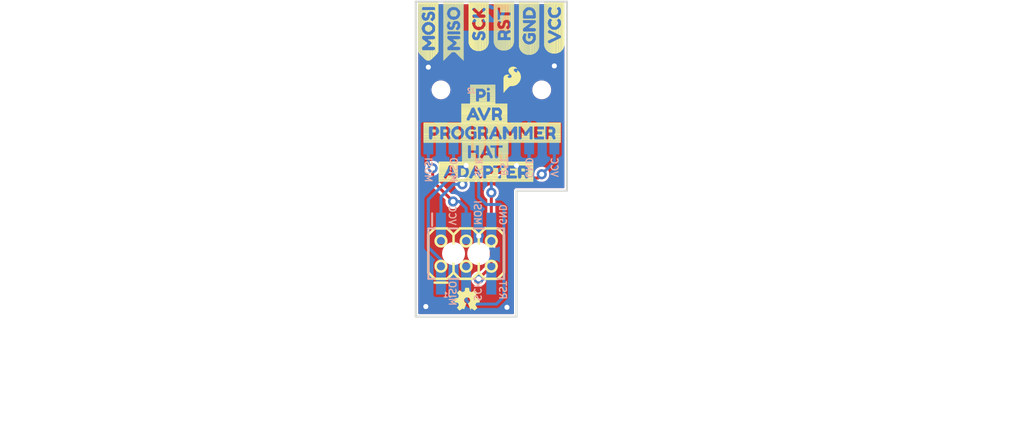
<source format=kicad_pcb>
(kicad_pcb (version 20211014) (generator pcbnew)
  (layers (0 "F.Cu" signal) (31 "B.Cu" signal) (34 "B.Paste" user) (35 "F.Paste" user) (36 "B.SilkS" user "B.Silkscreen") (37 "F.SilkS" user "F.Silkscreen") (38 "B.Mask" user) (39 "F.Mask" user) (44 "Edge.Cuts" user))
  (net 0 "")
  (net 1 "MOSI_C")
  (net 2 "MISO_C")
  (net 3 "SCK_C")
  (net 4 "RST_C")
  (net 5 "GND_C")
  (net 6 "VCC_C")
  (footprint "eagleBoard:ADAPTER4" (layer "F.Cu") (at 142.5321 106.2736)
    (fp_text reference "U$11" hide)
    (fp_text value "" hide)
  )
  (footprint "eagleBoard:GND1" (layer "F.Cu") (at 152.3111 94.5896 90)
    (fp_text reference "U$1" hide)
    (fp_text value "" hide)
  )
  (footprint "eagleBoard:RST2" (layer "F.Cu") (at 149.7711 94.2086 90)
    (fp_text reference "U$4" hide)
    (fp_text value "" hide)
  )
  (footprint "eagleBoard:PROGRAMMER2" (layer "F.Cu") (at 141.0081 102.3366)
    (fp_text reference "U$9" hide)
    (fp_text value "" hide)
  )
  (footprint "eagleBoard:VCC0" (layer "F.Cu") (at 154.8511 94.4626 90)
    (fp_text reference "U$6" hide)
    (fp_text value "" hide)
  )
  (footprint "eagleBoard:OSHW-LOGO-MINI" (layer "F.Cu") (at 146.0627 119.2276)
    (fp_text reference "LOGO2" hide)
    (fp_text value "OSHW-LOGOMINI" hide)
  )
  (footprint "eagleBoard:MISO5" (layer "F.Cu") (at 144.6911 95.2246 90)
    (fp_text reference "U$2" hide)
    (fp_text value "" hide)
  )
  (footprint "eagleBoard:HAT3" (layer "F.Cu") (at 144.9451 104.2416)
    (fp_text reference "U$10" hide)
    (fp_text value "" hide)
  )
  (footprint "eagleBoard:PI0" (layer "F.Cu") (at 145.7071 98.5266)
    (fp_text reference "U$7" hide)
    (fp_text value "" hide)
  )
  (footprint "eagleBoard:MOSI4" (layer "F.Cu") (at 142.1511 95.2246 90)
    (fp_text reference "U$3" hide)
    (fp_text value "" hide)
  )
  (footprint "eagleBoard:AVR1" (layer "F.Cu") (at 144.8181 100.4316)
    (fp_text reference "U$8" hide)
    (fp_text value "" hide)
  )
  (footprint "eagleBoard:SCK3" (layer "F.Cu") (at 147.2311 94.2086 90)
    (fp_text reference "U$5" hide)
    (fp_text value "" hide)
  )
  (footprint "eagleBoard:SFE_LOGO_FLAME_.1" (layer "F.Cu") (at 149.4409 98.6028)
    (fp_text reference "LOGO1" hide)
    (fp_text value "SFE_LOGO_FLAME.1_INCH" hide)
  )
  (footprint "eagleBoard:CREATIVE_COMMONS" (layer "F.Cu") (at 119.2911 133.5786)
    (fp_text reference "FRAME1" hide)
    (fp_text value "FRAME-LETTER" hide)
  )
  (footprint "eagleBoard:2X3_SMT_POSTS" (layer "B.Cu") (at 145.9611 114.5286)
    (fp_text reference "J1" (at -1.397 4.445 180) (layer "B.SilkS") (effects (font (size 0.48768 0.48768) (thickness 0.12192)) (justify left bottom mirror)))
    (fp_text value "AVR 3X2 TARGET")
    (pad "" np_thru_hole circle (at 1.27 0) (size 1.8 1.8) (drill 1.8) (layers *.Cu *.Mask))
    (pad "" np_thru_hole circle (at -1.27 0) (size 1.8 1.8) (drill 1.8) (layers *.Cu *.Mask))
    (pad "1" smd rect (at -2.54 -2.54 270) (size 3.17 1) (layers "B.Cu" "B.Paste" "B.Mask") (net 6 "VCC_C"))
    (pad "2" smd rect (at -2.54 2.54 270) (size 3.17 1) (layers "B.Cu" "B.Paste" "B.Mask") (net 2 "MISO_C"))
    (pad "3" smd rect (at 0 -2.54 270) (size 3.17 1) (layers "B.Cu" "B.Paste" "B.Mask") (net 1 "MOSI_C"))
    (pad "4" smd rect (at 0 2.54 270) (size 3.17 1) (layers "B.Cu" "B.Paste" "B.Mask") (net 3 "SCK_C"))
    (pad "5" smd rect (at 2.54 -2.54 270) (size 3.17 1) (layers "B.Cu" "B.Paste" "B.Mask") (net 5 "GND_C"))
    (pad "6" smd rect (at 2.54 2.54 270) (size 3.17 1) (layers "B.Cu" "B.Paste" "B.Mask") (net 4 "RST_C"))
  )
  (footprint "eagleBoard:1X06-SMD_RA_MALE" (layer "B.Cu") (at 148.5011 98.0186)
    (fp_text reference "J2" (at -1.524 0.381 180) (layer "B.SilkS") (effects (font (size 0.48768 0.48768) (thickness 0.12192)) (justify left bottom mirror)))
    (fp_text value "CABLE")
    (pad "" np_thru_hole circle (at -5.08 0) (size 1.4 1.4) (drill 1.4) (layers *.Cu *.Mask))
    (pad "" np_thru_hole circle (at 5.08 0) (size 1.4 1.4) (drill 1.4) (layers *.Cu *.Mask))
    (pad "1" smd rect (at -6.35 5 270) (size 3 1) (layers "B.Cu" "B.Paste" "B.Mask") (net 1 "MOSI_C"))
    (pad "2" smd rect (at -3.81 5 270) (size 3 1) (layers "B.Cu" "B.Paste" "B.Mask") (net 2 "MISO_C"))
    (pad "3" smd rect (at -1.27 5 270) (size 3 1) (layers "B.Cu" "B.Paste" "B.Mask") (net 3 "SCK_C"))
    (pad "4" smd rect (at 1.27 5 270) (size 3 1) (layers "B.Cu" "B.Paste" "B.Mask") (net 4 "RST_C"))
    (pad "5" smd rect (at 3.81 5 270) (size 3 1) (layers "B.Cu" "B.Paste" "B.Mask") (net 5 "GND_C"))
    (pad "6" smd rect (at 6.35 5 270) (size 3 1) (layers "B.Cu" "B.Paste" "B.Mask") (net 6 "VCC_C"))
  )
  (gr_circle (center 145.9611 113.2586) (end 146.499912 113.2586) (layer "F.SilkS") (width 0.254) (fill none))
  (gr_line (start 142.1511 116.4336) (end 142.7861 117.0686) (layer "F.SilkS") (width 0.254))
  (gr_line (start 147.2311 116.4336) (end 147.8661 117.0686) (layer "F.SilkS") (width 0.254))
  (gr_line (start 142.7861 111.9886) (end 142.1511 112.6236) (layer "F.SilkS") (width 0.254))
  (gr_line (start 144.0561 117.0686) (end 144.6911 116.4336) (layer "F.SilkS") (width 0.254))
  (gr_circle (center 145.9611 115.7986) (end 146.499912 115.7986) (layer "F.SilkS") (width 0.254) (fill none))
  (gr_line (start 142.1511 112.6236) (end 142.1511 116.4336) (layer "F.SilkS") (width 0.254))
  (gr_line (start 149.1361 117.0686) (end 149.7711 116.4336) (layer "F.SilkS") (width 0.254))
  (gr_line (start 147.8661 117.0686) (end 149.1361 117.0686) (layer "F.SilkS") (width 0.254))
  (gr_circle (center 143.4211 115.7986) (end 143.959912 115.7986) (layer "F.SilkS") (width 0.254) (fill none))
  (gr_line (start 144.6911 112.6236) (end 144.0561 111.9886) (layer "F.SilkS") (width 0.254))
  (gr_circle (center 148.5011 113.2586) (end 149.039912 113.2586) (layer "F.SilkS") (width 0.254) (fill none))
  (gr_line (start 145.3261 111.9886) (end 146.5961 111.9886) (layer "F.SilkS") (width 0.254))
  (gr_line (start 144.0561 111.9886) (end 142.7861 111.9886) (layer "F.SilkS") (width 0.254))
  (gr_line (start 144.0561 117.4496) (end 142.7861 117.4496) (layer "F.SilkS") (width 0.254))
  (gr_line (start 144.6911 112.6236) (end 145.3261 111.9886) (layer "F.SilkS") (width 0.254))
  (gr_line (start 149.1361 111.9886) (end 147.8661 111.9886) (layer "F.SilkS") (width 0.254))
  (gr_line (start 146.5961 117.0686) (end 145.3261 117.0686) (layer "F.SilkS") (width 0.254))
  (gr_line (start 146.5961 111.9886) (end 147.2311 112.6236) (layer "F.SilkS") (width 0.254))
  (gr_line (start 144.6911 116.4336) (end 144.6911 112.6236) (layer "F.SilkS") (width 0.254))
  (gr_circle (center 143.4211 113.2586) (end 143.959912 113.2586) (layer "F.SilkS") (width 0.254) (fill none))
  (gr_line (start 149.7711 112.6236) (end 149.1361 111.9886) (layer "F.SilkS") (width 0.254))
  (gr_line (start 147.2311 116.4336) (end 146.5961 117.0686) (layer "F.SilkS") (width 0.254))
  (gr_circle (center 148.5011 115.7986) (end 149.039912 115.7986) (layer "F.SilkS") (width 0.254) (fill none))
  (gr_line (start 142.7861 117.0686) (end 144.0561 117.0686) (layer "F.SilkS") (width 0.254))
  (gr_line (start 149.7711 116.4336) (end 149.7711 112.6236) (layer "F.SilkS") (width 0.254))
  (gr_line (start 147.8661 111.9886) (end 147.2311 112.6236) (layer "F.SilkS") (width 0.254))
  (gr_line (start 147.2311 112.6236) (end 147.2311 116.4336) (layer "F.SilkS") (width 0.254))
  (gr_line (start 145.3261 117.0686) (end 144.6911 116.4336) (layer "F.SilkS") (width 0.254))
  (gr_line (start 140.8811 89.1286) (end 156.1211 89.1286) (layer "Edge.Cuts") (width 0.2032))
  (gr_line (start 151.0411 120.8786) (end 140.8811 120.8786) (layer "Edge.Cuts") (width 0.2032))
  (gr_line (start 156.1211 108.1786) (end 151.0411 108.1786) (layer "Edge.Cuts") (width 0.2032))
  (gr_line (start 151.0411 108.1786) (end 151.0411 120.8786) (layer "Edge.Cuts") (width 0.2032))
  (gr_line (start 156.1211 89.1286) (end 156.1211 108.1786) (layer "Edge.Cuts") (width 0.2032))
  (gr_line (start 140.8811 120.8786) (end 140.8811 89.1286) (layer "Edge.Cuts") (width 0.2032))
  (gr_text "v22" (at 145.9611 90.3986) (layer "B.Cu") (effects (font (size 1.40462 1.40462) (thickness 0.37338)) (justify right mirror)))
  (gr_text "VCC" (at 154.8511 104.7496 -90) (layer "B.SilkS") (effects (font (size 0.69088 0.69088) (thickness 0.12192)) (justify right mirror)))
  (gr_text "MISO" (at 144.5641 117.1956 -90) (layer "B.SilkS") (effects (font (size 0.69088 0.69088) (thickness 0.12192)) (justify right mirror)))
  (gr_text "GND" (at 152.3111 104.7496 -90) (layer "B.SilkS") (effects (font (size 0.69088 0.69088) (thickness 0.12192)) (justify right mirror)))
  (gr_text "MISO" (at 144.6911 104.7496 -90) (layer "B.SilkS") (effects (font (size 0.69088 0.69088) (thickness 0.12192)) (justify right mirror)))
  (gr_text "RST" (at 149.7711 104.7496 -90) (layer "B.SilkS") (effects (font (size 0.69088 0.69088) (thickness 0.12192)) (justify right mirror)))
  (gr_text "RST" (at 149.6441 117.1956 -90) (layer "B.SilkS") (effects (font (size 0.69088 0.69088) (thickness 0.12192)) (justify right mirror)))
  (gr_text "MOSI" (at 142.1511 104.7496 -90) (layer "B.SilkS") (effects (font (size 0.69088 0.69088) (thickness 0.12192)) (justify right mirror)))
  (gr_text "GND" (at 149.6441 111.7346 -90) (layer "B.SilkS") (effects (font (size 0.69088 0.69088) (thickness 0.12192)) (justify left mirror)))
  (gr_text "VCC" (at 144.5641 111.7346 -90) (layer "B.SilkS") (effects (font (size 0.69088 0.69088) (thickness 0.12192)) (justify left mirror)))
  (gr_text "MOSI" (at 147.1041 111.7346 -90) (layer "B.SilkS") (effects (font (size 0.69088 0.69088) (thickness 0.12192)) (justify left mirror)))
  (gr_text "SCK" (at 147.1041 117.1956 -90) (layer "B.SilkS") (effects (font (size 0.69088 0.69088) (thickness 0.12192)) (justify right mirror)))
  (gr_text "SCK" (at 147.2311 104.7496 -90) (layer "B.SilkS") (effects (font (size 0.69088 0.69088) (thickness 0.12192)) (justify right mirror)))
  (segment (start 144.6403 109.2708) (end 142.5829 107.2134) (width 0.3048) (layer "F.Cu") (net 1))
  (segment (start 142.5829 107.2134) (end 142.5829 105.918) (width 0.3048) (layer "F.Cu") (net 1))
  (via (at 142.5829 105.918) (size 1.016) (drill 0.508) (layers "F.Cu" "B.Cu") (net 1))
  (via (at 144.6403 109.2708) (size 1.016) (drill 0.508) (layers "F.Cu" "B.Cu") (net 1))
  (segment (start 142.1511 105.4862) (end 142.5829 105.918) (width 0.3048) (layer "B.Cu") (net 1))
  (segment (start 142.1511 103.0186) (end 142.1511 105.4862) (width 0.3048) (layer "B.Cu") (net 1))
  (segment (start 144.6403 109.2708) (end 145.2753 109.2708) (width 0.3048) (layer "B.Cu") (net 1))
  (segment (start 145.2753 109.2708) (end 145.9611 109.9566) (width 0.3048) (layer "B.Cu") (net 1))
  (segment (start 145.9611 111.9886) (end 145.9611 109.9566) (width 0.3048) (layer "B.Cu") (net 1))
  (segment (start 142.1511 109.0676) (end 142.1511 113.8936) (width 0.3048) (layer "B.Cu") (net 2))
  (segment (start 144.6911 103.0186) (end 144.6911 106.5276) (width 0.3048) (layer "B.Cu") (net 2))
  (segment (start 143.4211 117.0686) (end 143.4211 115.1636) (width 0.3048) (layer "B.Cu") (net 2))
  (segment (start 144.6911 106.5276) (end 142.1511 109.0676) (width 0.3048) (layer "B.Cu") (net 2))
  (segment (start 143.4211 115.1636) (end 142.1511 113.8936) (width 0.3048) (layer "B.Cu") (net 2))
  (segment (start 147.2311 103.0186) (end 147.2311 108.8136) (width 0.3048) (layer "B.Cu") (net 3))
  (segment (start 147.9931 109.5756) (end 149.3901 109.5756) (width 0.3048) (layer "B.Cu") (net 3))
  (segment (start 147.2311 108.8136) (end 147.9931 109.5756) (width 0.3048) (layer "B.Cu") (net 3))
  (segment (start 146.3421 119.6086) (end 145.9611 119.2276) (width 0.3048) (layer "B.Cu") (net 3))
  (segment (start 149.3901 109.5756) (end 149.7711 109.9566) (width 0.3048) (layer "B.Cu") (net 3))
  (segment (start 146.3421 119.6086) (end 149.0091 119.6086) (width 0.3048) (layer "B.Cu") (net 3))
  (segment (start 149.0091 119.6086) (end 149.7711 118.8466) (width 0.3048) (layer "B.Cu") (net 3))
  (segment (start 149.7711 109.9566) (end 149.7711 118.8466) (width 0.3048) (layer "B.Cu") (net 3))
  (segment (start 145.9611 119.2276) (end 145.9611 117.0686) (width 0.3048) (layer "B.Cu") (net 3))
  (segment (start 147.2311 117.0686) (end 148.5011 115.7986) (width 0.3048) (layer "F.Cu") (net 4))
  (segment (start 148.5011 115.7986) (end 148.5011 108.3818) (width 0.3048) (layer "F.Cu") (net 4))
  (via (at 147.2311 117.0686) (size 1.016) (drill 0.508) (layers "F.Cu" "B.Cu") (net 4))
  (via (at 148.5011 108.3818) (size 1.016) (drill 0.508) (layers "F.Cu" "B.Cu") (net 4))
  (segment (start 148.5011 108.3818) (end 148.5011 106.9086) (width 0.3048) (layer "B.Cu") (net 4))
  (segment (start 148.5011 106.9086) (end 149.7711 105.6386) (width 0.3048) (layer "B.Cu") (net 4))
  (segment (start 149.7711 105.6386) (end 149.7711 103.0186) (width 0.3048) (layer "B.Cu") (net 4))
  (segment (start 148.5011 117.0686) (end 147.2311 117.0686) (width 0.3048) (layer "B.Cu") (net 4))
  (via (at 141.8971 119.8626) (size 1.016) (drill 0.508) (layers "F.Cu" "B.Cu") (net 5))
  (via (at 145.9611 105.6386) (size 1.016) (drill 0.508) (layers "F.Cu" "B.Cu") (net 5))
  (via (at 154.8511 95.6056) (size 1.016) (drill 0.508) (layers "F.Cu" "B.Cu") (net 5))
  (via (at 150.0759 119.9388) (size 1.016) (drill 0.508) (layers "F.Cu" "B.Cu") (net 5))
  (via (at 151.0411 105.6386) (size 1.016) (drill 0.508) (layers "F.Cu" "B.Cu") (net 5))
  (via (at 147.2311 112.7506) (size 1.016) (drill 0.508) (layers "F.Cu" "B.Cu") (net 5))
  (via (at 142.1511 95.7326) (size 1.016) (drill 0.508) (layers "F.Cu" "B.Cu") (net 5))
  (segment (start 146.2151 106.9086) (end 153.2001 106.9086) (width 0.3048) (layer "F.Cu") (net 6))
  (segment (start 153.2001 106.9086) (end 153.5811 106.5276) (width 0.3048) (layer "F.Cu") (net 6))
  (segment (start 146.2151 106.9086) (end 145.5801 107.5436) (width 0.3048) (layer "F.Cu") (net 6))
  (via (at 153.5811 106.5276) (size 1.016) (drill 0.508) (layers "F.Cu" "B.Cu") (net 6))
  (via (at 145.5801 107.5436) (size 1.016) (drill 0.508) (layers "F.Cu" "B.Cu") (net 6))
  (segment (start 154.8511 105.2576) (end 154.8511 103.0186) (width 0.3048) (layer "B.Cu") (net 6))
  (segment (start 145.5801 107.5436) (end 144.6911 107.5436) (width 0.3048) (layer "B.Cu") (net 6))
  (segment (start 143.4211 111.9886) (end 143.4211 108.8136) (width 0.3048) (layer "B.Cu") (net 6))
  (segment (start 143.4211 108.8136) (end 144.6911 107.5436) (width 0.3048) (layer "B.Cu") (net 6))
  (segment (start 153.5811 106.5276) (end 154.8511 105.2576) (width 0.3048) (layer "B.Cu") (net 6))
  (zone (net 5) (net_name "GND_C") (layer "F.Cu") (priority 6) (connect_pads (clearance 0.254)) (min_thickness 0.1524) (fill yes (thermal_gap 0.3548) (thermal_bridge_width 0.3548))
    (polygon (pts (xy 156.2735 121.031) (xy 140.7287 121.031) (xy 140.7287 88.9762) (xy 156.2735 88.9762)))
  )
  (zone (net 5) (net_name "GND_C") (layer "B.Cu") (priority 6) (connect_pads (clearance 0.254)) (min_thickness 0.1524) (fill yes (thermal_gap 0.3548) (thermal_bridge_width 0.3548))
    (polygon (pts (xy 156.2735 121.031) (xy 140.7287 121.031) (xy 140.7287 88.9762) (xy 156.2735 88.9762)))
  )
)
</source>
